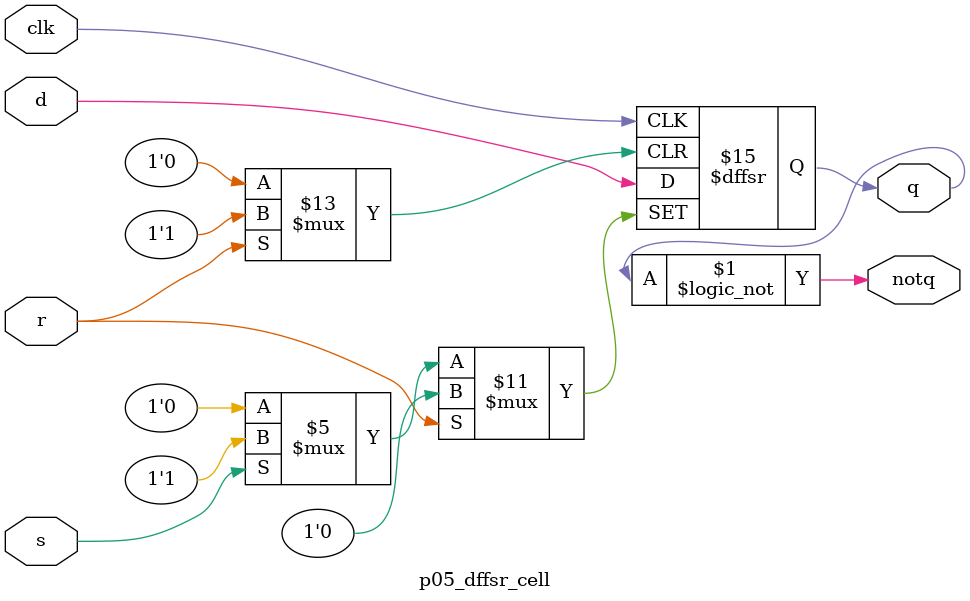
<source format=v>
/* 
This file provides the mapping from the Wokwi modules to Verilog HDL.

It's only needed for Wokwi designs.
*/

`define default_netname none

module p05_buffer_cell (
    input wire in,
    output wire out
    );
    assign out = in;
endmodule

module p05_and_cell (
    input wire a,
    input wire b,
    output wire out
    );

    assign out = a & b;
endmodule

module p05_or_cell (
    input wire a,
    input wire b,
    output wire out
    );

    assign out = a | b;
endmodule

module p05_xor_cell (
    input wire a,
    input wire b,
    output wire out
    );

    assign out = a ^ b;
endmodule

module p05_nand_cell (
    input wire a,
    input wire b,
    output wire out
    );

    assign out = !(a&b);
endmodule

module p05_not_cell (
    input wire in,
    output wire out
    );

    assign out = !in;
endmodule

module p05_mux_cell (
    input wire a,
    input wire b,
    input wire sel,
    output wire out
    );

    assign out = sel ? b : a;
endmodule

module p05_dff_cell (
    input wire clk,
    input wire d,
    output reg q,
    output wire notq
    );

    assign notq = !q;
    always @(posedge clk)
        q <= d;

endmodule

module p05_dffsr_cell (
    input wire clk,
    input wire d,
    input wire s,
    input wire r,
    output reg q,
    output wire notq
    );

    assign notq = !q;

    always @(posedge clk or posedge s or posedge r) begin
        if (r)
            q <= 0;
        else if (s)
            q <= 1;
        else
            q <= d;
    end
endmodule

</source>
